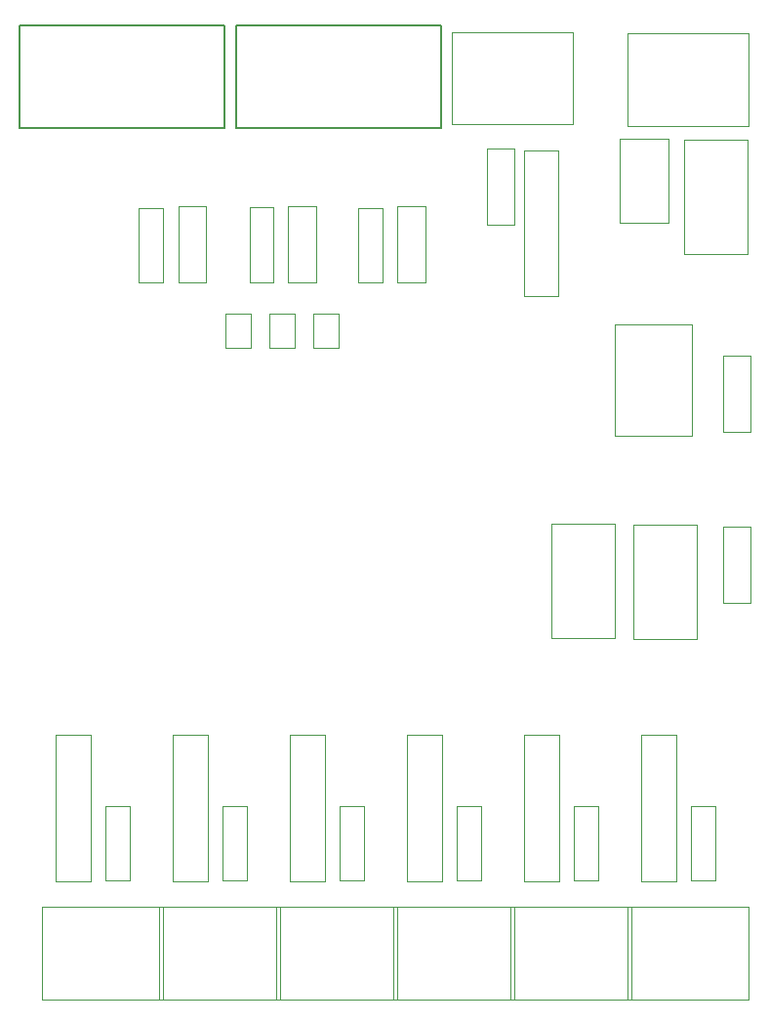
<source format=gbr>
G04 #@! TF.FileFunction,Other,User*
%FSLAX46Y46*%
G04 Gerber Fmt 4.6, Leading zero omitted, Abs format (unit mm)*
G04 Created by KiCad (PCBNEW 4.0.7-e2-6376~61~ubuntu18.04.1) date Sun Sep 22 13:29:54 2019*
%MOMM*%
%LPD*%
G01*
G04 APERTURE LIST*
%ADD10C,0.100000*%
%ADD11C,0.050000*%
%ADD12C,0.150000*%
G04 APERTURE END LIST*
D10*
D11*
X84031000Y-150940000D02*
X94531000Y-150940000D01*
X84031000Y-150940000D02*
X84031000Y-158940000D01*
X94531000Y-158940000D02*
X94531000Y-150940000D01*
X94531000Y-158940000D02*
X84031000Y-158940000D01*
X81700000Y-96786000D02*
X81700000Y-90286000D01*
X81700000Y-96786000D02*
X83800000Y-96786000D01*
X83800000Y-90286000D02*
X81700000Y-90286000D01*
X83800000Y-90286000D02*
X83800000Y-96786000D01*
X120500000Y-117800000D02*
X120500000Y-127700000D01*
X120500000Y-117800000D02*
X115000000Y-117800000D01*
X115000000Y-127700000D02*
X120500000Y-127700000D01*
X115000000Y-127700000D02*
X115000000Y-117800000D01*
X71281000Y-142165000D02*
X71281000Y-148665000D01*
X71281000Y-142165000D02*
X69181000Y-142165000D01*
X69181000Y-148665000D02*
X71281000Y-148665000D01*
X69181000Y-148665000D02*
X69181000Y-142165000D01*
X122081000Y-142165000D02*
X122081000Y-148665000D01*
X122081000Y-142165000D02*
X119981000Y-142165000D01*
X119981000Y-148665000D02*
X122081000Y-148665000D01*
X119981000Y-148665000D02*
X119981000Y-142165000D01*
X119424000Y-94358000D02*
X119424000Y-84458000D01*
X119424000Y-94358000D02*
X124924000Y-94358000D01*
X124924000Y-84458000D02*
X119424000Y-84458000D01*
X124924000Y-84458000D02*
X124924000Y-94358000D01*
X113371000Y-117752000D02*
X113371000Y-127652000D01*
X113371000Y-117752000D02*
X107871000Y-117752000D01*
X107871000Y-127652000D02*
X113371000Y-127652000D01*
X107871000Y-127652000D02*
X107871000Y-117752000D01*
X81441000Y-142165000D02*
X81441000Y-148665000D01*
X81441000Y-142165000D02*
X79341000Y-142165000D01*
X79341000Y-148665000D02*
X81441000Y-148665000D01*
X79341000Y-148665000D02*
X79341000Y-142165000D01*
X91601000Y-142165000D02*
X91601000Y-148665000D01*
X91601000Y-142165000D02*
X89501000Y-142165000D01*
X89501000Y-148665000D02*
X91601000Y-148665000D01*
X89501000Y-148665000D02*
X89501000Y-142165000D01*
X101761000Y-142165000D02*
X101761000Y-148665000D01*
X101761000Y-142165000D02*
X99661000Y-142165000D01*
X99661000Y-148665000D02*
X101761000Y-148665000D01*
X99661000Y-148665000D02*
X99661000Y-142165000D01*
X111921000Y-142165000D02*
X111921000Y-148665000D01*
X111921000Y-142165000D02*
X109821000Y-142165000D01*
X109821000Y-148665000D02*
X111921000Y-148665000D01*
X109821000Y-148665000D02*
X109821000Y-142165000D01*
X113851000Y-91621000D02*
X113851000Y-84401000D01*
X113851000Y-84401000D02*
X118051000Y-84401000D01*
X118051000Y-84401000D02*
X118051000Y-91621000D01*
X118051000Y-91621000D02*
X113851000Y-91621000D01*
X87256000Y-102459000D02*
X87256000Y-99509000D01*
X87256000Y-99509000D02*
X89456000Y-99509000D01*
X89456000Y-99509000D02*
X89456000Y-102459000D01*
X89456000Y-102459000D02*
X87256000Y-102459000D01*
X83446000Y-102459000D02*
X83446000Y-99509000D01*
X83446000Y-99509000D02*
X85646000Y-99509000D01*
X85646000Y-99509000D02*
X85646000Y-102459000D01*
X85646000Y-102459000D02*
X83446000Y-102459000D01*
X79636000Y-102459000D02*
X79636000Y-99509000D01*
X79636000Y-99509000D02*
X81836000Y-99509000D01*
X81836000Y-99509000D02*
X81836000Y-102459000D01*
X81836000Y-102459000D02*
X79636000Y-102459000D01*
X125011000Y-83248000D02*
X114511000Y-83248000D01*
X125011000Y-83248000D02*
X125011000Y-75248000D01*
X114511000Y-75248000D02*
X114511000Y-83248000D01*
X114511000Y-75248000D02*
X125011000Y-75248000D01*
X63711000Y-150940000D02*
X74211000Y-150940000D01*
X63711000Y-150940000D02*
X63711000Y-158940000D01*
X74211000Y-158940000D02*
X74211000Y-150940000D01*
X74211000Y-158940000D02*
X63711000Y-158940000D01*
X73871000Y-150940000D02*
X84371000Y-150940000D01*
X73871000Y-150940000D02*
X73871000Y-158940000D01*
X84371000Y-158940000D02*
X84371000Y-150940000D01*
X84371000Y-158940000D02*
X73871000Y-158940000D01*
X94191000Y-150940000D02*
X104691000Y-150940000D01*
X94191000Y-150940000D02*
X94191000Y-158940000D01*
X104691000Y-158940000D02*
X104691000Y-150940000D01*
X104691000Y-158940000D02*
X94191000Y-158940000D01*
X104351000Y-150940000D02*
X114851000Y-150940000D01*
X104351000Y-150940000D02*
X104351000Y-158940000D01*
X114851000Y-158940000D02*
X114851000Y-150940000D01*
X114851000Y-158940000D02*
X104351000Y-158940000D01*
X114511000Y-150940000D02*
X125011000Y-150940000D01*
X114511000Y-150940000D02*
X114511000Y-158940000D01*
X125011000Y-158940000D02*
X125011000Y-150940000D01*
X125011000Y-158940000D02*
X114511000Y-158940000D01*
X109771000Y-83121000D02*
X99271000Y-83121000D01*
X109771000Y-83121000D02*
X109771000Y-75121000D01*
X99271000Y-75121000D02*
X99271000Y-83121000D01*
X99271000Y-75121000D02*
X109771000Y-75121000D01*
X67921000Y-136037000D02*
X67921000Y-148687000D01*
X64921000Y-136037000D02*
X67921000Y-136037000D01*
X67921000Y-148687000D02*
X64921000Y-148687000D01*
X64921000Y-136037000D02*
X64921000Y-148687000D01*
X118721000Y-136037000D02*
X118721000Y-148687000D01*
X115721000Y-136037000D02*
X118721000Y-136037000D01*
X118721000Y-148687000D02*
X115721000Y-148687000D01*
X115721000Y-136037000D02*
X115721000Y-148687000D01*
X78081000Y-136037000D02*
X78081000Y-148687000D01*
X75081000Y-136037000D02*
X78081000Y-136037000D01*
X78081000Y-148687000D02*
X75081000Y-148687000D01*
X75081000Y-136037000D02*
X75081000Y-148687000D01*
X88215600Y-136037000D02*
X88215600Y-148687000D01*
X85215600Y-136037000D02*
X88215600Y-136037000D01*
X88215600Y-148687000D02*
X85215600Y-148687000D01*
X85215600Y-136037000D02*
X85215600Y-148687000D01*
X98401000Y-136037000D02*
X98401000Y-148687000D01*
X95401000Y-136037000D02*
X98401000Y-136037000D01*
X98401000Y-148687000D02*
X95401000Y-148687000D01*
X95401000Y-136037000D02*
X95401000Y-148687000D01*
X108561000Y-136037000D02*
X108561000Y-148687000D01*
X105561000Y-136037000D02*
X108561000Y-136037000D01*
X108561000Y-148687000D02*
X105561000Y-148687000D01*
X105561000Y-136037000D02*
X105561000Y-148687000D01*
X113400000Y-110080000D02*
X120100000Y-110080000D01*
X113400000Y-100420000D02*
X120100000Y-100420000D01*
X113400000Y-110080000D02*
X113400000Y-100420000D01*
X120100000Y-110080000D02*
X120100000Y-100420000D01*
D12*
X79502000Y-83439000D02*
X79502000Y-74549000D01*
X79502000Y-74549000D02*
X61722000Y-74549000D01*
X61722000Y-74549000D02*
X61722000Y-83439000D01*
X61722000Y-83439000D02*
X79502000Y-83439000D01*
X98298000Y-83439000D02*
X98298000Y-74549000D01*
X98298000Y-74549000D02*
X80518000Y-74549000D01*
X80518000Y-74549000D02*
X80518000Y-83439000D01*
X80518000Y-83439000D02*
X98298000Y-83439000D01*
D11*
X125200000Y-103200000D02*
X125200000Y-109800000D01*
X122800000Y-103200000D02*
X122800000Y-109800000D01*
X125200000Y-103200000D02*
X122800000Y-103200000D01*
X125200000Y-109800000D02*
X122800000Y-109800000D01*
X125200000Y-117950000D02*
X125200000Y-124550000D01*
X122800000Y-117950000D02*
X122800000Y-124550000D01*
X125200000Y-117950000D02*
X122800000Y-117950000D01*
X125200000Y-124550000D02*
X122800000Y-124550000D01*
X105500000Y-98000000D02*
X105500000Y-85350000D01*
X108500000Y-98000000D02*
X105500000Y-98000000D01*
X105500000Y-85350000D02*
X108500000Y-85350000D01*
X108500000Y-98000000D02*
X108500000Y-85350000D01*
X102300000Y-91800000D02*
X102300000Y-85200000D01*
X104700000Y-91800000D02*
X104700000Y-85200000D01*
X102300000Y-91800000D02*
X104700000Y-91800000D01*
X102300000Y-85200000D02*
X104700000Y-85200000D01*
X96950000Y-90236000D02*
X96950000Y-96836000D01*
X94550000Y-90236000D02*
X94550000Y-96836000D01*
X96950000Y-90236000D02*
X94550000Y-90236000D01*
X96950000Y-96836000D02*
X94550000Y-96836000D01*
X87450000Y-90236000D02*
X87450000Y-96836000D01*
X85050000Y-90236000D02*
X85050000Y-96836000D01*
X87450000Y-90236000D02*
X85050000Y-90236000D01*
X87450000Y-96836000D02*
X85050000Y-96836000D01*
X77950000Y-90236000D02*
X77950000Y-96836000D01*
X75550000Y-90236000D02*
X75550000Y-96836000D01*
X77950000Y-90236000D02*
X75550000Y-90236000D01*
X77950000Y-96836000D02*
X75550000Y-96836000D01*
X72102000Y-96849000D02*
X72102000Y-90349000D01*
X72102000Y-96849000D02*
X74202000Y-96849000D01*
X74202000Y-90349000D02*
X72102000Y-90349000D01*
X74202000Y-90349000D02*
X74202000Y-96849000D01*
X91152000Y-96849000D02*
X91152000Y-90349000D01*
X91152000Y-96849000D02*
X93252000Y-96849000D01*
X93252000Y-90349000D02*
X91152000Y-90349000D01*
X93252000Y-90349000D02*
X93252000Y-96849000D01*
M02*

</source>
